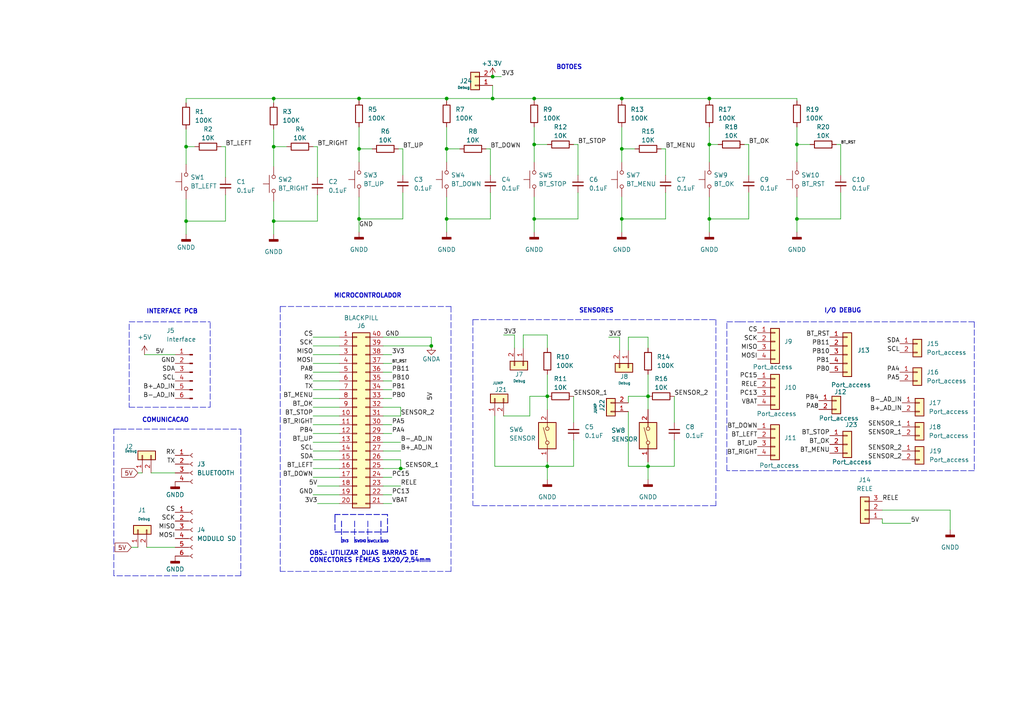
<source format=kicad_sch>
(kicad_sch (version 20211123) (generator eeschema)
  (paper "A4")
  (lib_symbols
    (symbol "Connector:Conn_01x04_Female" (pin_names (offset 1.016) hide)
      (property "Reference" "J" (at 0 5.08 0))
      (property "Value" "Conn_01x04_Female" (at 0 -7.62 0))
      (symbol "Conn_01x04_Female_1_1"
        (pin passive line (at -5.08 2.54 0) (length 3.81) (name "Pin_1") (number "1"))
        (pin passive line (at -5.08 0 0) (length 3.81) (name "Pin_2") (number "2"))
        (pin passive line (at -5.08 -2.54 0) (length 3.81) (name "Pin_3") (number "3"))
        (pin passive line (at -5.08 -5.08 0) (length 3.81) (name "Pin_4") (number "4"))
      )
    )
    (symbol "Connector:Conn_01x06_Female" (pin_names (offset 1.016) hide)
      (property "Reference" "J" (at 0 7.62 0))
      (property "Value" "Conn_01x06_Female" (at 0 -10.16 0))
      (symbol "Conn_01x06_Female_1_1"
        (pin passive line (at -5.08 5.08 0) (length 3.81) (name "Pin_1") (number "1"))
        (pin passive line (at -5.08 2.54 0) (length 3.81) (name "Pin_2") (number "2"))
        (pin passive line (at -5.08 0 0) (length 3.81) (name "Pin_3") (number "3"))
        (pin passive line (at -5.08 -2.54 0) (length 3.81) (name "Pin_4") (number "4"))
        (pin passive line (at -5.08 -5.08 0) (length 3.81) (name "Pin_5") (number "5"))
        (pin passive line (at -5.08 -7.62 0) (length 3.81) (name "Pin_6") (number "6"))
      )
    )
    (symbol "Connector:Conn_01x06_Male" (pin_names (offset 1.016) hide)
      (property "Reference" "J" (at 0 7.62 0))
      (property "Value" "Conn_01x06_Male" (at 0 -10.16 0))
      (symbol "Conn_01x06_Male_1_1"
        (pin passive line (at 5.08 5.08 180) (length 3.81) (name "Pin_1") (number "1"))
        (pin passive line (at 5.08 2.54 180) (length 3.81) (name "Pin_2") (number "2"))
        (pin passive line (at 5.08 0 180) (length 3.81) (name "Pin_3") (number "3"))
        (pin passive line (at 5.08 -2.54 180) (length 3.81) (name "Pin_4") (number "4"))
        (pin passive line (at 5.08 -5.08 180) (length 3.81) (name "Pin_5") (number "5"))
        (pin passive line (at 5.08 -7.62 180) (length 3.81) (name "Pin_6") (number "6"))
      )
    )
    (symbol "Connector_Generic:Conn_01x02" (pin_names (offset 1.016) hide)
      (property "Reference" "J" (at 0 2.54 0))
      (property "Value" "Conn_01x02" (at 0 -5.08 0))
      (symbol "Conn_01x02_1_1"
        (pin passive line (at -5.08 0 0) (length 3.81) (name "Pin_1") (number "1"))
        (pin passive line (at -5.08 -2.54 0) (length 3.81) (name "Pin_2") (number "2"))
      )
    )
    (symbol "Connector_Generic:Conn_01x03" (pin_names (offset 1.016) hide)
      (property "Reference" "J" (at 0 5.08 0))
      (property "Value" "Conn_01x03" (at 0 -5.08 0))
      (symbol "Conn_01x03_1_1"
        (pin passive line (at -5.08 2.54 0) (length 3.81) (name "Pin_1") (number "1"))
        (pin passive line (at -5.08 0 0) (length 3.81) (name "Pin_2") (number "2"))
        (pin passive line (at -5.08 -2.54 0) (length 3.81) (name "Pin_3") (number "3"))
      )
    )
    (symbol "Connector_Generic:Conn_01x04" (pin_names (offset 1.016) hide)
      (property "Reference" "J" (at 0 5.08 0))
      (property "Value" "Conn_01x04" (at 0 -7.62 0))
      (symbol "Conn_01x04_1_1"
        (pin passive line (at -5.08 2.54 0) (length 3.81) (name "Pin_1") (number "1"))
        (pin passive line (at -5.08 0 0) (length 3.81) (name "Pin_2") (number "2"))
        (pin passive line (at -5.08 -2.54 0) (length 3.81) (name "Pin_3") (number "3"))
        (pin passive line (at -5.08 -5.08 0) (length 3.81) (name "Pin_4") (number "4"))
      )
    )
    (symbol "Connector_Generic:Conn_01x05" (pin_names (offset 1.016) hide)
      (property "Reference" "J" (at 0 7.62 0))
      (property "Value" "Conn_01x05" (at 0 -7.62 0))
      (symbol "Conn_01x05_1_1"
        (pin passive line (at -5.08 5.08 0) (length 3.81) (name "Pin_1") (number "1"))
        (pin passive line (at -5.08 2.54 0) (length 3.81) (name "Pin_2") (number "2"))
        (pin passive line (at -5.08 0 0) (length 3.81) (name "Pin_3") (number "3"))
        (pin passive line (at -5.08 -2.54 0) (length 3.81) (name "Pin_4") (number "4"))
        (pin passive line (at -5.08 -5.08 0) (length 3.81) (name "Pin_5") (number "5"))
      )
    )
    (symbol "Connector_Generic:Conn_02x20_Counter_Clockwise" (pin_names (offset 1.016) hide)
      (property "Reference" "J" (at 1.27 25.4 0))
      (property "Value" "Conn_02x20_Counter_Clockwise" (at 1.27 -27.94 0))
      (symbol "Conn_02x20_Counter_Clockwise_1_1"
        (pin passive line (at -5.08 22.86 0) (length 3.81) (name "Pin_1") (number "1"))
        (pin passive line (at -5.08 0 0) (length 3.81) (name "Pin_10") (number "10"))
        (pin passive line (at -5.08 -2.54 0) (length 3.81) (name "Pin_11") (number "11"))
        (pin passive line (at -5.08 -5.08 0) (length 3.81) (name "Pin_12") (number "12"))
        (pin passive line (at -5.08 -7.62 0) (length 3.81) (name "Pin_13") (number "13"))
        (pin passive line (at -5.08 -10.16 0) (length 3.81) (name "Pin_14") (number "14"))
        (pin passive line (at -5.08 -12.7 0) (length 3.81) (name "Pin_15") (number "15"))
        (pin passive line (at -5.08 -15.24 0) (length 3.81) (name "Pin_16") (number "16"))
        (pin passive line (at -5.08 -17.78 0) (length 3.81) (name "Pin_17") (number "17"))
        (pin passive line (at -5.08 -20.32 0) (length 3.81) (name "Pin_18") (number "18"))
        (pin passive line (at -5.08 -22.86 0) (length 3.81) (name "Pin_19") (number "19"))
        (pin passive line (at -5.08 20.32 0) (length 3.81) (name "Pin_2") (number "2"))
        (pin passive line (at -5.08 -25.4 0) (length 3.81) (name "Pin_20") (number "20"))
        (pin passive line (at 7.62 -25.4 180) (length 3.81) (name "Pin_21") (number "21"))
        (pin passive line (at 7.62 -22.86 180) (length 3.81) (name "Pin_22") (number "22"))
        (pin passive line (at 7.62 -20.32 180) (length 3.81) (name "Pin_23") (number "23"))
        (pin passive line (at 7.62 -17.78 180) (length 3.81) (name "Pin_24") (number "24"))
        (pin passive line (at 7.62 -15.24 180) (length 3.81) (name "Pin_25") (number "25"))
        (pin passive line (at 7.62 -12.7 180) (length 3.81) (name "Pin_26") (number "26"))
        (pin passive line (at 7.62 -10.16 180) (length 3.81) (name "Pin_27") (number "27"))
        (pin passive line (at 7.62 -7.62 180) (length 3.81) (name "Pin_28") (number "28"))
        (pin passive line (at 7.62 -5.08 180) (length 3.81) (name "Pin_29") (number "29"))
        (pin passive line (at -5.08 17.78 0) (length 3.81) (name "Pin_3") (number "3"))
        (pin passive line (at 7.62 -2.54 180) (length 3.81) (name "Pin_30") (number "30"))
        (pin passive line (at 7.62 0 180) (length 3.81) (name "Pin_31") (number "31"))
        (pin passive line (at 7.62 2.54 180) (length 3.81) (name "Pin_32") (number "32"))
        (pin passive line (at 7.62 5.08 180) (length 3.81) (name "Pin_33") (number "33"))
        (pin passive line (at 7.62 7.62 180) (length 3.81) (name "Pin_34") (number "34"))
        (pin passive line (at 7.62 10.16 180) (length 3.81) (name "Pin_35") (number "35"))
        (pin passive line (at 7.62 12.7 180) (length 3.81) (name "Pin_36") (number "36"))
        (pin passive line (at 7.62 15.24 180) (length 3.81) (name "Pin_37") (number "37"))
        (pin passive line (at 7.62 17.78 180) (length 3.81) (name "Pin_38") (number "38"))
        (pin passive line (at 7.62 20.32 180) (length 3.81) (name "Pin_39") (number "39"))
        (pin passive line (at -5.08 15.24 0) (length 3.81) (name "Pin_4") (number "4"))
        (pin passive line (at 7.62 22.86 180) (length 3.81) (name "Pin_40") (number "40"))
        (pin passive line (at -5.08 12.7 0) (length 3.81) (name "Pin_5") (number "5"))
        (pin passive line (at -5.08 10.16 0) (length 3.81) (name "Pin_6") (number "6"))
        (pin passive line (at -5.08 7.62 0) (length 3.81) (name "Pin_7") (number "7"))
        (pin passive line (at -5.08 5.08 0) (length 3.81) (name "Pin_8") (number "8"))
        (pin passive line (at -5.08 2.54 0) (length 3.81) (name "Pin_9") (number "9"))
      )
    )
    (symbol "Device:C_Small" (pin_numbers hide) (pin_names (offset 0.254) hide)
      (property "Reference" "C" (at 0.254 1.778 0))
      (property "Value" "C_Small" (at 0.254 -2.032 0))
      (symbol "C_Small_1_1"
        (pin passive line (at 0 2.54 270) (length 2.032) (name "~") (number "1"))
        (pin passive line (at 0 -2.54 90) (length 2.032) (name "~") (number "2"))
      )
    )
    (symbol "Device:R" (pin_numbers hide) (pin_names (offset 0))
      (property "Reference" "R" (at 2.032 0 90))
      (property "Value" "R" (at 0 0 90))
      (symbol "R_1_1"
        (pin passive line (at 0 3.81 270) (length 1.27) (name "~") (number "1"))
        (pin passive line (at 0 -3.81 90) (length 1.27) (name "~") (number "2"))
      )
    )
    (symbol "Switch:SW_DIP_x01" (pin_names (offset 0) hide)
      (property "Reference" "SW" (at 0 3.81 0))
      (property "Value" "SW_DIP_x01" (at 0 -3.81 0))
      (symbol "SW_DIP_x01_1_1"
        (pin passive line (at -7.62 0 0) (length 5.08) (name "~") (number "1"))
        (pin passive line (at 7.62 0 180) (length 5.08) (name "~") (number "2"))
      )
    )
    (symbol "Switch:SW_Push" (pin_numbers hide) (pin_names (offset 1.016) hide)
      (property "Reference" "SW" (at 1.27 2.54 0))
      (property "Value" "SW_Push" (at 0 -1.524 0))
      (symbol "SW_Push_0_1"
        (pin passive line (at -5.08 0 0) (length 2.54) (name "1") (number "1"))
        (pin passive line (at 5.08 0 180) (length 2.54) (name "2") (number "2"))
      )
    )
    (symbol "power:+3.3V" (power) (pin_names (offset 0))
      (property "Value" "+3.3V" (at 0 3.556 0))
      (symbol "+3.3V_1_1"
        (pin power_in line (at 0 0 90) (length 0) hide (name "+3.3V") (number "1"))
      )
    )
    (symbol "power:+5V" (power) (pin_names (offset 0))
      (property "Value" "+5V" (at 0 3.556 0))
      (symbol "+5V_1_1"
        (pin power_in line (at 0 0 90) (length 0) hide (name "+5V") (number "1"))
      )
    )
    (symbol "power:GNDA" (power) (pin_names (offset 0))
      (property "Value" "GNDA" (at 0 -3.81 0))
      (symbol "GNDA_1_1"
        (pin power_in line (at 0 0 270) (length 0) hide (name "GNDA") (number "1"))
      )
    )
    (symbol "power:GNDD" (power) (pin_names (offset 0))
      (property "Value" "GNDD" (at 0 -3.175 0))
      (symbol "GNDD_1_1"
        (pin power_in line (at 0 0 270) (length 0) hide (name "GNDD") (number "1"))
      )
    )
  )
  (junction (at 79.375 42.545))
  (junction (at 158.75 135.255))
  (junction (at 104.14 43.18))
  (junction (at 142.875 22.225))
  (junction (at 129.54 63.5))
  (junction (at 154.94 28.575))
  (junction (at 104.14 28.575))
  (junction (at 187.96 114.935))
  (junction (at 154.94 41.91))
  (junction (at 129.54 43.18))
  (junction (at 231.14 41.91))
  (junction (at 187.96 135.255))
  (junction (at 79.375 64.135))
  (junction (at 180.34 63.5))
  (junction (at 180.34 43.18))
  (junction (at 205.74 41.91))
  (junction (at 53.975 64.135))
  (junction (at 158.75 114.935))
  (junction (at 180.34 28.575))
  (junction (at 205.74 28.575))
  (junction (at 129.54 28.575))
  (junction (at 205.74 63.5))
  (junction (at 53.975 42.545))
  (junction (at 125.095 100.33))
  (junction (at 104.14 63.5))
  (junction (at 154.94 63.5))
  (junction (at 79.375 28.575))
  (junction (at 231.14 63.5))
  (junction (at 142.875 28.575))
  (junction (at 116.205 135.89))
  (wire (pts (xy 205.74 63.5) (xy 217.17 63.5)))
  (wire (pts (xy 195.58 127.635) (xy 195.58 135.255)))
  (wire (pts (xy 146.05 120.65) (xy 153.67 120.65)))
  (polyline (pts (xy 214.63 93.345) (xy 282.575 93.345)))
  (wire (pts (xy 90.805 105.41) (xy 98.425 105.41)))
  (polyline (pts (xy 97.155 149.86) (xy 97.155 154.305)))
  (wire (pts (xy 92.075 56.515) (xy 92.075 64.135)))
  (wire (pts (xy 205.74 36.83) (xy 205.74 41.91)))
  (wire (pts (xy 111.125 113.03) (xy 113.665 113.03)))
  (wire (pts (xy 79.375 42.545) (xy 79.375 48.26)))
  (wire (pts (xy 187.96 133.985) (xy 187.96 135.255)))
  (wire (pts (xy 111.125 143.51) (xy 113.665 143.51)))
  (wire (pts (xy 129.54 63.5) (xy 142.24 63.5)))
  (wire (pts (xy 79.375 64.135) (xy 79.375 67.945)))
  (wire (pts (xy 104.14 43.18) (xy 104.14 46.99)))
  (polyline (pts (xy 112.395 154.305) (xy 112.395 149.225)))
  (wire (pts (xy 53.975 28.575) (xy 53.975 29.845)))
  (wire (pts (xy 90.805 102.87) (xy 98.425 102.87)))
  (wire (pts (xy 142.24 43.18) (xy 142.24 50.8)))
  (wire (pts (xy 90.805 130.81) (xy 98.425 130.81)))
  (wire (pts (xy 182.245 135.255) (xy 187.96 135.255)))
  (wire (pts (xy 129.54 43.18) (xy 129.54 46.99)))
  (wire (pts (xy 166.37 114.935) (xy 166.37 122.555)))
  (polyline (pts (xy 97.155 149.225) (xy 97.155 149.86)))
  (wire (pts (xy 111.125 110.49) (xy 113.665 110.49)))
  (polyline (pts (xy 34.925 124.46) (xy 69.85 124.46)))
  (wire (pts (xy 90.805 133.35) (xy 98.425 133.35)))
  (wire (pts (xy 176.53 97.79) (xy 179.705 97.79)))
  (polyline (pts (xy 37.465 93.345) (xy 60.96 93.345)))
  (wire (pts (xy 167.64 41.91) (xy 167.64 50.8)))
  (polyline (pts (xy 102.87 151.13) (xy 102.87 157.48)))
  (wire (pts (xy 111.125 130.81) (xy 116.205 130.81)))
  (wire (pts (xy 42.545 158.75) (xy 50.8 158.75)))
  (wire (pts (xy 180.34 28.575) (xy 205.74 28.575)))
  (wire (pts (xy 53.975 28.575) (xy 79.375 28.575)))
  (wire (pts (xy 129.54 28.575) (xy 142.875 28.575)))
  (wire (pts (xy 158.75 133.985) (xy 158.75 135.255)))
  (wire (pts (xy 142.875 22.225) (xy 145.415 22.225)))
  (wire (pts (xy 275.59 153.67) (xy 275.59 147.955)))
  (wire (pts (xy 205.74 57.15) (xy 205.74 63.5)))
  (wire (pts (xy 111.125 140.97) (xy 116.205 140.97)))
  (wire (pts (xy 180.34 28.575) (xy 180.34 29.21)))
  (wire (pts (xy 90.805 125.73) (xy 98.425 125.73)))
  (wire (pts (xy 90.805 128.27) (xy 98.425 128.27)))
  (wire (pts (xy 90.805 138.43) (xy 98.425 138.43)))
  (wire (pts (xy 90.805 110.49) (xy 98.425 110.49)))
  (wire (pts (xy 53.975 57.785) (xy 53.975 64.135)))
  (wire (pts (xy 180.34 36.83) (xy 180.34 43.18)))
  (polyline (pts (xy 106.68 151.13) (xy 106.68 157.48)))
  (wire (pts (xy 217.17 55.88) (xy 217.17 63.5)))
  (wire (pts (xy 151.765 100.965) (xy 151.765 97.155)))
  (wire (pts (xy 111.125 107.95) (xy 113.665 107.95)))
  (wire (pts (xy 151.765 97.155) (xy 158.75 97.155)))
  (wire (pts (xy 79.375 28.575) (xy 79.375 29.845)))
  (wire (pts (xy 215.9 41.91) (xy 217.17 41.91)))
  (wire (pts (xy 111.125 133.35) (xy 116.205 133.35)))
  (wire (pts (xy 231.14 41.91) (xy 231.14 46.99)))
  (wire (pts (xy 180.34 63.5) (xy 193.04 63.5)))
  (wire (pts (xy 129.54 43.18) (xy 133.35 43.18)))
  (polyline (pts (xy 282.575 136.525) (xy 210.82 136.525)))
  (wire (pts (xy 111.125 123.19) (xy 113.665 123.19)))
  (polyline (pts (xy 112.395 149.225) (xy 97.79 149.225)))
  (wire (pts (xy 90.805 118.11) (xy 98.425 118.11)))
  (wire (pts (xy 104.14 43.18) (xy 107.95 43.18)))
  (wire (pts (xy 217.17 41.91) (xy 217.17 50.8)))
  (wire (pts (xy 193.04 55.88) (xy 193.04 63.5)))
  (wire (pts (xy 142.24 55.88) (xy 142.24 63.5)))
  (polyline (pts (xy 37.465 93.98) (xy 37.465 118.11)))
  (wire (pts (xy 125.095 97.79) (xy 125.095 100.33)))
  (wire (pts (xy 90.805 107.95) (xy 98.425 107.95)))
  (wire (pts (xy 195.58 114.935) (xy 195.58 122.555)))
  (wire (pts (xy 142.875 24.765) (xy 142.875 28.575)))
  (wire (pts (xy 179.705 97.79) (xy 179.705 101.6)))
  (wire (pts (xy 90.805 113.03) (xy 98.425 113.03)))
  (wire (pts (xy 90.805 115.57) (xy 98.425 115.57)))
  (wire (pts (xy 111.125 138.43) (xy 113.665 138.43)))
  (polyline (pts (xy 69.85 167.005) (xy 33.02 167.005)))
  (polyline (pts (xy 33.02 167.005) (xy 33.02 124.46)))
  (wire (pts (xy 193.04 43.18) (xy 193.04 50.8)))
  (wire (pts (xy 187.96 97.79) (xy 187.96 100.965)))
  (wire (pts (xy 111.125 105.41) (xy 113.665 105.41)))
  (polyline (pts (xy 99.06 151.13) (xy 99.06 157.48)))
  (polyline (pts (xy 97.79 149.225) (xy 97.155 149.225)))
  (polyline (pts (xy 97.79 149.225) (xy 97.155 149.225)))
  (wire (pts (xy 154.94 41.91) (xy 158.75 41.91)))
  (wire (pts (xy 149.225 97.155) (xy 149.225 100.965)))
  (wire (pts (xy 116.205 133.35) (xy 116.205 135.89)))
  (wire (pts (xy 104.14 57.15) (xy 104.14 63.5)))
  (wire (pts (xy 231.14 36.83) (xy 231.14 41.91)))
  (wire (pts (xy 182.245 97.79) (xy 187.96 97.79)))
  (wire (pts (xy 90.805 123.19) (xy 98.425 123.19)))
  (wire (pts (xy 92.075 146.05) (xy 98.425 146.05)))
  (polyline (pts (xy 33.02 124.46) (xy 34.925 124.46)))
  (wire (pts (xy 90.805 42.545) (xy 92.075 42.545)))
  (wire (pts (xy 143.51 135.255) (xy 158.75 135.255)))
  (polyline (pts (xy 210.82 136.525) (xy 210.82 93.345)))
  (wire (pts (xy 90.805 143.51) (xy 98.425 143.51)))
  (wire (pts (xy 111.125 100.33) (xy 125.095 100.33)))
  (wire (pts (xy 111.125 125.73) (xy 113.665 125.73)))
  (wire (pts (xy 111.125 97.79) (xy 125.095 97.79)))
  (polyline (pts (xy 37.465 118.11) (xy 60.96 118.11)))
  (wire (pts (xy 205.74 41.91) (xy 205.74 46.99)))
  (wire (pts (xy 180.34 43.18) (xy 184.15 43.18)))
  (wire (pts (xy 255.905 151.765) (xy 255.905 150.495)))
  (wire (pts (xy 153.67 120.65) (xy 153.67 114.935)))
  (wire (pts (xy 129.54 36.83) (xy 129.54 43.18)))
  (wire (pts (xy 79.375 58.42) (xy 79.375 64.135)))
  (polyline (pts (xy 112.395 149.225) (xy 97.79 149.225)))
  (polyline (pts (xy 106.68 151.13) (xy 106.68 157.48)))
  (wire (pts (xy 111.125 146.05) (xy 113.665 146.05)))
  (wire (pts (xy 231.14 63.5) (xy 243.84 63.5)))
  (wire (pts (xy 180.34 63.5) (xy 180.34 67.31)))
  (wire (pts (xy 205.74 41.91) (xy 208.28 41.91)))
  (wire (pts (xy 231.14 63.5) (xy 231.14 67.31)))
  (wire (pts (xy 53.975 64.135) (xy 65.405 64.135)))
  (wire (pts (xy 64.135 42.545) (xy 65.405 42.545)))
  (polyline (pts (xy 97.155 149.225) (xy 97.155 149.86)))
  (wire (pts (xy 104.14 36.83) (xy 104.14 43.18)))
  (wire (pts (xy 142.875 28.575) (xy 154.94 28.575)))
  (wire (pts (xy 146.05 97.155) (xy 149.225 97.155)))
  (wire (pts (xy 187.96 135.255) (xy 187.96 139.065)))
  (wire (pts (xy 116.205 118.11) (xy 116.205 120.65)))
  (wire (pts (xy 182.245 116.84) (xy 182.245 114.935)))
  (wire (pts (xy 154.94 41.91) (xy 154.94 46.99)))
  (wire (pts (xy 111.125 102.87) (xy 113.665 102.87)))
  (wire (pts (xy 205.74 63.5) (xy 205.74 67.31)))
  (polyline (pts (xy 81.28 88.9) (xy 130.81 88.9)))
  (polyline (pts (xy 97.155 154.305) (xy 112.395 154.305)))
  (wire (pts (xy 264.16 151.765) (xy 255.905 151.765)))
  (polyline (pts (xy 110.49 151.13) (xy 110.49 157.48)))
  (wire (pts (xy 115.57 43.18) (xy 116.84 43.18)))
  (wire (pts (xy 187.96 108.585) (xy 187.96 114.935)))
  (wire (pts (xy 275.59 147.955) (xy 255.905 147.955)))
  (wire (pts (xy 231.14 57.15) (xy 231.14 63.5)))
  (wire (pts (xy 140.97 43.18) (xy 142.24 43.18)))
  (polyline (pts (xy 282.575 93.345) (xy 282.575 136.525)))
  (polyline (pts (xy 99.06 151.13) (xy 99.06 157.48)))
  (wire (pts (xy 104.14 28.575) (xy 129.54 28.575)))
  (wire (pts (xy 158.75 108.585) (xy 158.75 114.935)))
  (wire (pts (xy 154.94 63.5) (xy 154.94 67.31)))
  (wire (pts (xy 166.37 41.91) (xy 167.64 41.91)))
  (wire (pts (xy 116.84 55.88) (xy 116.84 63.5)))
  (wire (pts (xy 187.96 135.255) (xy 195.58 135.255)))
  (wire (pts (xy 154.94 28.575) (xy 180.34 28.575)))
  (wire (pts (xy 242.57 41.91) (xy 243.84 41.91)))
  (wire (pts (xy 65.405 42.545) (xy 65.405 51.435)))
  (wire (pts (xy 111.125 118.11) (xy 116.205 118.11)))
  (polyline (pts (xy 137.16 92.71) (xy 207.645 92.71)))
  (wire (pts (xy 180.34 57.15) (xy 180.34 63.5)))
  (wire (pts (xy 231.14 28.575) (xy 231.14 29.21)))
  (polyline (pts (xy 97.155 149.86) (xy 97.155 154.305)))
  (wire (pts (xy 154.94 28.575) (xy 154.94 29.21)))
  (wire (pts (xy 182.245 101.6) (xy 182.245 97.79)))
  (wire (pts (xy 40.005 137.16) (xy 41.275 137.16)))
  (wire (pts (xy 92.075 140.97) (xy 98.425 140.97)))
  (wire (pts (xy 79.375 64.135) (xy 92.075 64.135)))
  (polyline (pts (xy 102.87 151.13) (xy 102.87 157.48)))
  (wire (pts (xy 243.84 41.91) (xy 243.84 50.8)))
  (wire (pts (xy 129.54 28.575) (xy 129.54 29.21)))
  (wire (pts (xy 104.14 63.5) (xy 116.84 63.5)))
  (wire (pts (xy 90.805 100.33) (xy 98.425 100.33)))
  (polyline (pts (xy 130.81 88.9) (xy 130.81 165.735)))
  (polyline (pts (xy 60.96 118.11) (xy 60.96 93.345)))
  (wire (pts (xy 41.91 102.87) (xy 50.8 102.87)))
  (wire (pts (xy 111.125 135.89) (xy 116.205 135.89)))
  (wire (pts (xy 205.74 28.575) (xy 231.14 28.575)))
  (wire (pts (xy 129.54 57.15) (xy 129.54 63.5)))
  (wire (pts (xy 79.375 42.545) (xy 83.185 42.545)))
  (wire (pts (xy 191.77 43.18) (xy 193.04 43.18)))
  (wire (pts (xy 92.075 42.545) (xy 92.075 51.435)))
  (wire (pts (xy 38.1 158.75) (xy 40.005 158.75)))
  (wire (pts (xy 243.84 55.88) (xy 243.84 63.5)))
  (wire (pts (xy 166.37 127.635) (xy 166.37 135.255)))
  (polyline (pts (xy 210.82 93.345) (xy 214.63 93.345)))
  (wire (pts (xy 111.125 115.57) (xy 113.665 115.57)))
  (polyline (pts (xy 207.645 92.71) (xy 207.645 146.685)))
  (wire (pts (xy 79.375 28.575) (xy 104.14 28.575)))
  (wire (pts (xy 182.245 119.38) (xy 182.245 135.255)))
  (wire (pts (xy 116.205 135.89) (xy 117.475 135.89)))
  (wire (pts (xy 53.975 37.465) (xy 53.975 42.545)))
  (wire (pts (xy 90.805 135.89) (xy 98.425 135.89)))
  (wire (pts (xy 205.74 28.575) (xy 205.74 29.21)))
  (polyline (pts (xy 112.395 154.305) (xy 112.395 149.225)))
  (polyline (pts (xy 130.81 165.735) (xy 81.28 165.735)))
  (polyline (pts (xy 69.85 124.46) (xy 69.85 167.005)))
  (wire (pts (xy 158.75 114.935) (xy 158.75 118.745)))
  (wire (pts (xy 153.67 114.935) (xy 158.75 114.935)))
  (wire (pts (xy 231.14 41.91) (xy 234.95 41.91)))
  (wire (pts (xy 90.805 97.79) (xy 98.425 97.79)))
  (wire (pts (xy 154.94 36.83) (xy 154.94 41.91)))
  (wire (pts (xy 53.975 64.135) (xy 53.975 67.945)))
  (wire (pts (xy 90.805 120.65) (xy 98.425 120.65)))
  (polyline (pts (xy 81.28 88.9) (xy 81.28 165.735)))
  (wire (pts (xy 43.815 137.16) (xy 50.8 137.16)))
  (wire (pts (xy 104.14 63.5) (xy 104.14 67.31)))
  (wire (pts (xy 111.125 120.65) (xy 116.205 120.65)))
  (wire (pts (xy 79.375 37.465) (xy 79.375 42.545)))
  (polyline (pts (xy 97.155 154.305) (xy 112.395 154.305)))
  (wire (pts (xy 104.14 28.575) (xy 104.14 29.21)))
  (wire (pts (xy 53.975 42.545) (xy 56.515 42.545)))
  (wire (pts (xy 158.75 97.155) (xy 158.75 100.965)))
  (wire (pts (xy 116.84 43.18) (xy 116.84 50.8)))
  (wire (pts (xy 158.75 135.255) (xy 158.75 139.065)))
  (wire (pts (xy 154.94 63.5) (xy 167.64 63.5)))
  (wire (pts (xy 143.51 120.65) (xy 143.51 135.255)))
  (wire (pts (xy 65.405 56.515) (xy 65.405 64.135)))
  (wire (pts (xy 180.34 43.18) (xy 180.34 46.99)))
  (polyline (pts (xy 137.16 92.71) (xy 137.16 146.685)))
  (wire (pts (xy 129.54 63.5) (xy 129.54 67.31)))
  (wire (pts (xy 154.94 57.15) (xy 154.94 63.5)))
  (wire (pts (xy 158.75 135.255) (xy 166.37 135.255)))
  (wire (pts (xy 111.125 128.27) (xy 116.205 128.27)))
  (wire (pts (xy 182.245 114.935) (xy 187.96 114.935)))
  (wire (pts (xy 187.96 114.935) (xy 187.96 118.745)))
  (polyline (pts (xy 110.49 151.13) (xy 110.49 157.48)))
  (wire (pts (xy 53.975 42.545) (xy 53.975 47.625)))
  (wire (pts (xy 167.64 55.88) (xy 167.64 63.5)))
  (polyline (pts (xy 207.645 146.685) (xy 137.16 146.685)))
  (text "SWCLK" (at 106.6546 157.607 0) (effects (font (size 0.7 0.7)) (justify left bottom)))
  (text "I/O DEBUG" (at 239.014 90.932 0) (effects (font (size 1.27 1.27) (thickness 0.254) bold) (justify left bottom)))
  (text "GND" (at 110.4646 157.607 0) (effects (font (size 0.7 0.7)) (justify left bottom)))
  (text "SWDIO" (at 102.8446 157.5541 0) (effects (font (size 0.7 0.7)) (justify left bottom)))
  (text "3V3" (at 99.0346 157.5541 0) (effects (font (size 0.7 0.7)) (justify left bottom)))
  (text "INTERFACE PCB" (at 42.418 91.186 0) (effects (font (size 1.27 1.27) (thickness 0.254) bold) (justify left bottom)))
  (text "COMUNICACAO" (at 41.148 122.682 0) (effects (font (size 1.27 1.27) (thickness 0.254) bold) (justify left bottom)))
  (text "BOTOES " (at 161.29 20.32 0) (effects (font (size 1.27 1.27) (thickness 0.254) bold) (justify left bottom)))
  (text "SENSORES" (at 167.894 90.932 0) (effects (font (size 1.27 1.27) (thickness 0.254) bold) (justify left bottom)))
  (text "SWDIO" (at 102.8446 157.5541 0) (effects (font (size 0.7 0.7)) (justify left bottom)))
  (text "3V3" (at 99.0346 157.5541 0) (effects (font (size 0.7 0.7)) (justify left bottom)))
  (text "GND" (at 110.4646 157.607 0) (effects (font (size 0.7 0.7)) (justify left bottom)))
  (text "MICROCONTROLADOR" (at 96.774 86.614 0) (effects (font (size 1.27 1.27) (thickness 0.254) bold) (justify left bottom)))
  (text "OBS.: UTILIZAR DUAS BARRAS DE \nCONECTORES FÊMEAS 1X20/2,54mm" (at 89.662 163.322 0) (effects (font (size 1.27 1.27) (thickness 0.254) bold) (justify left bottom)))
  (text "SWCLK" (at 106.6546 157.607 0) (effects (font (size 0.7 0.7)) (justify left bottom)))
  (label "SCL" (at 260.985 102.235 180))
  (label "PB10" (at 240.665 102.87 180))
  (label "5V" (at 264.16 151.765 0))
  (label "RX" (at 50.8 132.08 180))
  (label "B-_AD_IN" (at 116.205 128.27 0))
  (label "TX" (at 90.805 113.03 180))
  (label "PC13" (at 219.71 114.935 180))
  (label "BT_STOP" (at 90.805 120.65 180))
  (label "PA4" (at 260.985 107.95 180))
  (label "SENSOR_1" (at 166.37 114.935 0))
  (label "GND" (at 111.76 97.79 0))
  (label "3V3" (at 146.05 97.155 0))
  (label "RX" (at 90.805 110.49 180))
  (label "PC15" (at 113.665 138.43 0))
  (label "SENSOR_2" (at 261.62 133.35 180))
  (label "BT_LEFT" (at 65.405 42.545 0))
  (label "BT_UP" (at 116.84 43.18 0))
  (label "PB0" (at 113.665 115.57 0))
  (label "B-_AD_IN" (at 50.8 115.57 180))
  (label "B+_AD_IN" (at 261.62 119.38 180))
  (label "3V3" (at 92.075 146.05 180))
  (label "PB0" (at 240.665 107.95 180))
  (label "5V" (at 125.73 113.665 270))
  (label "SENSOR_2" (at 261.62 130.81 180))
  (label "BT_DOWN" (at 219.71 124.46 180))
  (label "VBAT" (at 113.665 146.05 0))
  (label "MISO" (at 90.805 102.87 180))
  (label "CS" (at 90.805 97.79 180))
  (label "PA8" (at 90.805 107.95 180))
  (label "BT_LEFT" (at 90.805 135.89 180))
  (label "PB4" (at 237.49 116.205 180))
  (label "BT_MENU" (at 240.665 131.445 180))
  (label "GND" (at 104.14 66.04 0))
  (label "5V" (at 92.075 140.97 180))
  (label "BT_RIGHT" (at 92.075 42.545 0))
  (label "5V" (at 45.085 102.87 0))
  (label "PA5" (at 260.985 110.49 180))
  (label "SENSOR_2" (at 116.205 120.65 0))
  (label "SDA" (at 260.985 99.695 180))
  (label "BT_RST" (at 240.665 97.79 180))
  (label "SCL" (at 90.805 130.81 180))
  (label "PB1" (at 240.665 105.41 180))
  (label "MOSI" (at 219.71 104.14 180))
  (label "MISO" (at 50.8 153.67 180))
  (label "VBAT" (at 219.71 117.475 180))
  (label "BT_STOP" (at 167.64 41.91 0))
  (label "B-_AD_IN" (at 261.62 116.84 180))
  (label "SENSOR_1" (at 261.62 126.365 180))
  (label "RELE" (at 116.205 140.97 0))
  (label "BT_OK" (at 90.805 118.11 180))
  (label "BT_RST" (at 243.84 41.91 0) (effects (font (size 0.8 0.8))))
  (label "PC13" (at 113.665 143.51 0))
  (label "3V3" (at 145.415 22.225 0))
  (label "BT_UP" (at 219.71 129.54 180))
  (label "3V3" (at 113.665 102.87 0))
  (label "BT_OK" (at 240.665 128.905 180))
  (label "PB10" (at 113.665 110.49 0))
  (label "PB1" (at 113.665 113.03 0))
  (label "MOSI" (at 90.805 105.41 180))
  (label "PA4" (at 113.665 125.73 0))
  (label "BT_RIGHT" (at 90.805 123.19 180))
  (label "PB11" (at 240.665 100.33 180))
  (label "SCK" (at 50.8 151.13 180))
  (label "MISO" (at 219.71 101.6 180))
  (label "3V3" (at 176.53 97.79 0))
  (label "BT_UP" (at 90.805 128.27 180))
  (label "MOSI" (at 50.8 156.21 180))
  (label "BT_MENU" (at 90.805 115.57 180))
  (label "B+_AD_IN" (at 116.205 130.81 0))
  (label "BT_RST" (at 113.665 105.41 0) (effects (font (size 0.8 0.8))))
  (label "SCK" (at 219.71 99.06 180))
  (label "SENSOR_1" (at 261.62 123.825 180))
  (label "BT_DOWN" (at 90.805 138.43 180))
  (label "CS" (at 50.8 148.59 180))
  (label "BT_LEFT" (at 219.71 127 180))
  (label "B+_AD_IN" (at 50.8 113.03 180))
  (label "PA5" (at 113.665 123.19 0))
  (label "BT_DOWN" (at 142.24 43.18 0))
  (label "SENSOR_1" (at 117.475 135.89 0))
  (label "BT_OK" (at 217.17 41.91 0))
  (label "SCK" (at 90.805 100.33 180))
  (label "PB11" (at 113.665 107.95 0))
  (label "SENSOR_2" (at 195.58 114.935 0))
  (label "SDA" (at 90.805 133.35 180))
  (label "TX" (at 50.8 134.62 180))
  (label "BT_MENU" (at 193.04 43.18 0))
  (label "RELE" (at 219.71 112.395 180))
  (label "BT_STOP" (at 240.665 126.365 180))
  (label "CS" (at 219.71 96.52 180))
  (label "GND" (at 90.805 143.51 180))
  (label "GND" (at 50.8 105.41 180))
  (label "PA8" (at 237.49 118.745 180))
  (label "SDA" (at 50.8 107.95 180))
  (label "PC15" (at 219.71 109.855 180))
  (label "BT_RIGHT" (at 219.71 132.08 180))
  (label "SCL" (at 50.8 110.49 180))
  (label "PB4" (at 90.805 125.73 180))
  (label "RELE" (at 255.905 145.415 0))
  (global_label "5V" (shape input) (at 38.1 158.75 180) (property "Intersheet References" "${INTERSHEET_REFS}" (effects hide)))
  (global_label "5V" (shape input) (at 40.005 137.16 180) (property "Intersheet References" "${INTERSHEET_REFS}" (effects hide)))
  (symbol (lib_id "Device:R") (at 129.54 33.02 0) (unit 1)
    (property "Reference" "R7" (at 132.08 31.7499 0) (effects (justify left)))
    (property "Value" "100K" (at 132.08 34.2899 0) (effects (justify left)))
    (property "Footprint" "Resistor_SMD:R_0805_2012Metric_Pad1.20x1.40mm_HandSolder" (effects hide))
  )
  (symbol (lib_id "power:GNDD") (at 275.59 153.67 0) (unit 1)
    (property "Reference" "#PWR0114" (effects hide))
    (property "Value" "GNDD" (at 275.59 158.75 0))
  )
  (symbol (lib_id "Device:C_Small") (at 65.405 53.975 0) (unit 1)
    (property "Reference" "C1" (at 68.58 52.7112 0) (effects (justify left)))
    (property "Value" "0.1uF" (at 68.58 55.2512 0) (effects (justify left)))
    (property "Footprint" "Resistor_SMD:R_0805_2012Metric_Pad1.20x1.40mm_HandSolder" (effects hide))
  )
  (symbol (lib_id "Connector_Generic:Conn_01x02") (at 151.765 106.045 270) (unit 1)
    (property "Reference" "J7" (at 151.765 108.585 90) (effects (justify right)))
    (property "Value" "Debug" (at 152.4 110.49 90) (effects (font (size 0.75 0.75)) (justify right)))
    (property "Footprint" "Connector_PinHeader_2.54mm:PinHeader_1x02_P2.54mm_Vertical" (effects hide))
  )
  (symbol (lib_id "power:+5V") (at 41.91 102.87 0) (unit 1)
    (property "Reference" "#PWR0108" (effects hide))
    (property "Value" "+5V" (at 41.91 97.79 0))
  )
  (symbol (lib_id "power:GNDD") (at 187.96 139.065 0) (unit 1)
    (property "Reference" "#PWR0110" (effects hide))
    (property "Value" "GNDD" (at 187.96 144.145 0))
  )
  (symbol (lib_id "Connector_Generic:Conn_01x04") (at 224.79 99.06 0) (unit 1)
    (property "Reference" "J9" (at 227.457 99.0599 0) (effects (justify left)))
    (property "Value" "Port_access" (at 218.313 106.426 0) (effects (justify left)))
    (property "Footprint" "Connector_PinHeader_2.54mm:PinHeader_1x04_P2.54mm_Vertical" (effects hide))
  )
  (symbol (lib_id "power:GNDD") (at 50.8 139.7 0) (unit 1)
    (property "Reference" "#PWR0101" (effects hide))
    (property "Value" "GNDD" (at 50.8 143.51 0))
  )
  (symbol (lib_id "Connector_Generic:Conn_01x02") (at 41.275 132.08 90) (unit 1)
    (property "Reference" "J2" (at 36.195 129.54 90) (effects (justify right)))
    (property "Value" "Debug" (at 36.195 130.81 90) (effects (font (size 0.75 0.75)) (justify right)))
    (property "Footprint" "Connector_PinHeader_2.54mm:PinHeader_1x02_P2.54mm_Vertical" (effects hide))
  )
  (symbol (lib_id "Device:R") (at 205.74 33.02 0) (unit 1)
    (property "Reference" "R17" (at 208.28 31.7499 0) (effects (justify left)))
    (property "Value" "100K" (at 208.28 34.2899 0) (effects (justify left)))
    (property "Footprint" "Resistor_SMD:R_0805_2012Metric_Pad1.20x1.40mm_HandSolder" (effects hide))
  )
  (symbol (lib_id "power:GNDD") (at 53.975 67.945 0) (unit 1)
    (property "Reference" "#PWR0107" (effects hide))
    (property "Value" "GNDD" (at 53.975 71.755 0))
  )
  (symbol (lib_id "Device:C_Small") (at 166.37 125.095 0) (unit 1)
    (property "Reference" "C5" (at 169.545 123.8312 0) (effects (justify left)))
    (property "Value" "0.1uF" (at 169.545 126.3712 0) (effects (justify left)))
    (property "Footprint" "Resistor_SMD:R_0805_2012Metric_Pad1.20x1.40mm_HandSolder" (effects hide))
  )
  (symbol (lib_id "power:GNDD") (at 180.34 67.31 0) (unit 1)
    (property "Reference" "#PWR0112" (effects hide))
    (property "Value" "GNDD" (at 180.34 72.39 0))
  )
  (symbol (lib_id "Connector_Generic:Conn_01x02") (at 182.245 106.68 270) (unit 1)
    (property "Reference" "J8" (at 182.245 109.22 90) (effects (justify right)))
    (property "Value" "Debug" (at 182.88 111.125 90) (effects (font (size 0.75 0.75)) (justify right)))
    (property "Footprint" "Connector_PinHeader_2.54mm:PinHeader_1x02_P2.54mm_Vertical" (effects hide))
  )
  (symbol (lib_id "Connector_Generic:Conn_01x05") (at 245.745 102.87 0) (unit 1)
    (property "Reference" "J13" (at 248.666 101.5999 0) (effects (justify left)))
    (property "Value" "Port_access" (at 241.046 111.633 0) (effects (justify left)))
    (property "Footprint" "Connector_PinHeader_2.54mm:PinHeader_1x05_P2.54mm_Vertical" (effects hide))
  )
  (symbol (lib_id "Switch:SW_Push") (at 231.14 52.07 90) (unit 1)
    (property "Reference" "SW10" (at 232.41 50.7999 90) (effects (justify right)))
    (property "Value" "BT_RST" (at 232.41 53.3399 90) (effects (justify right)))
    (property "Footprint" "Button_Switch_THT:SW_PUSH_6mm" (effects hide))
  )
  (symbol (lib_id "Connector_Generic:Conn_01x02") (at 266.7 123.825 0) (unit 1)
    (property "Reference" "J18" (at 269.367 123.8249 0) (effects (justify left)))
    (property "Value" "Port_access" (at 269.367 126.3649 0) (effects (justify left)))
    (property "Footprint" "Connector_PinHeader_2.54mm:PinHeader_1x02_P2.54mm_Vertical" (effects hide))
  )
  (symbol (lib_id "Device:R") (at 137.16 43.18 90) (unit 1)
    (property "Reference" "R8" (at 137.16 38.1 90))
    (property "Value" "10K" (at 137.16 40.64 90))
    (property "Footprint" "Resistor_SMD:R_0805_2012Metric_Pad1.20x1.40mm_HandSolder" (effects hide))
  )
  (symbol (lib_id "Connector:Conn_01x06_Male") (at 55.88 107.95 0) (mirror y) (unit 1)
    (property "Reference" "J5" (at 48.26 95.885 0) (effects (justify right)))
    (property "Value" "Interface" (at 48.26 98.425 0) (effects (justify right)))
    (property "Footprint" "Connector_PinHeader_2.54mm:PinHeader_1x06_P2.54mm_Vertical" (effects hide))
  )
  (symbol (lib_id "Device:C_Small") (at 116.84 53.34 0) (unit 1)
    (property "Reference" "C3" (at 120.015 52.0762 0) (effects (justify left)))
    (property "Value" "0.1uF" (at 120.015 54.6162 0) (effects (justify left)))
    (property "Footprint" "Resistor_SMD:R_0805_2012Metric_Pad1.20x1.40mm_HandSolder" (effects hide))
  )
  (symbol (lib_id "Connector_Generic:Conn_01x02") (at 143.51 115.57 90) (unit 1)
    (property "Reference" "J21" (at 143.51 113.03 90) (effects (justify right)))
    (property "Value" "JUMP" (at 142.875 111.125 90) (effects (font (size 0.75 0.75)) (justify right)))
    (property "Footprint" "Connector_PinHeader_2.54mm:PinHeader_1x02_P2.54mm_Vertical" (effects hide))
  )
  (symbol (lib_id "Device:R") (at 154.94 33.02 0) (unit 1)
    (property "Reference" "R9" (at 157.48 31.7499 0) (effects (justify left)))
    (property "Value" "100K" (at 157.48 34.2899 0) (effects (justify left)))
    (property "Footprint" "Resistor_SMD:R_0805_2012Metric_Pad1.20x1.40mm_HandSolder" (effects hide))
  )
  (symbol (lib_id "power:GNDD") (at 129.54 67.31 0) (unit 1)
    (property "Reference" "#PWR0104" (effects hide))
    (property "Value" "GNDD" (at 129.54 72.39 0))
  )
  (symbol (lib_id "Switch:SW_Push") (at 205.74 52.07 90) (unit 1)
    (property "Reference" "SW9" (at 207.01 50.7999 90) (effects (justify right)))
    (property "Value" "BT_OK" (at 207.01 53.3399 90) (effects (justify right)))
    (property "Footprint" "Button_Switch_THT:SW_PUSH_6mm" (effects hide))
  )
  (symbol (lib_id "Switch:SW_DIP_x01") (at 158.75 126.365 90) (unit 1)
    (property "Reference" "SW6" (at 147.701 124.587 90) (effects (justify right)))
    (property "Value" "SENSOR" (at 147.701 127.127 90) (effects (justify right)))
    (property "Footprint" "Connector_Molex:Molex_KK-254_AE-6410-02A_1x02_P2.54mm_Vertical" (effects hide))
  )
  (symbol (lib_id "Device:R") (at 104.14 33.02 0) (unit 1)
    (property "Reference" "R5" (at 106.68 31.7499 0) (effects (justify left)))
    (property "Value" "100K" (at 106.68 34.2899 0) (effects (justify left)))
    (property "Footprint" "Resistor_SMD:R_0805_2012Metric_Pad1.20x1.40mm_HandSolder" (effects hide))
  )
  (symbol (lib_id "power:GNDD") (at 158.75 139.065 0) (unit 1)
    (property "Reference" "#PWR0109" (effects hide))
    (property "Value" "GNDD" (at 158.75 144.145 0))
  )
  (symbol (lib_id "Device:C_Small") (at 193.04 53.34 0) (unit 1)
    (property "Reference" "C7" (at 196.215 52.0762 0) (effects (justify left)))
    (property "Value" "0.1uF" (at 196.215 54.6162 0) (effects (justify left)))
    (property "Footprint" "Resistor_SMD:R_0805_2012Metric_Pad1.20x1.40mm_HandSolder" (effects hide))
  )
  (symbol (lib_id "Device:R") (at 180.34 33.02 0) (unit 1)
    (property "Reference" "R13" (at 182.88 31.7499 0) (effects (justify left)))
    (property "Value" "100K" (at 182.88 34.2899 0) (effects (justify left)))
    (property "Footprint" "Resistor_SMD:R_0805_2012Metric_Pad1.20x1.40mm_HandSolder" (effects hide))
  )
  (symbol (lib_id "Switch:SW_Push") (at 180.34 52.07 90) (unit 1)
    (property "Reference" "SW7" (at 181.61 50.7999 90) (effects (justify right)))
    (property "Value" "BT_MENU" (at 181.61 53.3399 90) (effects (justify right)))
    (property "Footprint" "Button_Switch_THT:SW_PUSH_6mm" (effects hide))
  )
  (symbol (lib_id "Device:C_Small") (at 243.84 53.34 0) (unit 1)
    (property "Reference" "C10" (at 247.015 52.0762 0) (effects (justify left)))
    (property "Value" "0.1uF" (at 247.015 54.6162 0) (effects (justify left)))
    (property "Footprint" "Resistor_SMD:R_0805_2012Metric_Pad1.20x1.40mm_HandSolder" (effects hide))
  )
  (symbol (lib_id "Switch:SW_Push") (at 53.975 52.705 90) (unit 1)
    (property "Reference" "SW1" (at 55.245 51.4349 90) (effects (justify right)))
    (property "Value" "BT_LEFT" (at 55.245 53.9749 90) (effects (justify right)))
    (property "Footprint" "Button_Switch_THT:SW_PUSH_6mm" (effects hide))
  )
  (symbol (lib_id "Switch:SW_Push") (at 79.375 53.34 90) (unit 1)
    (property "Reference" "SW2" (at 80.645 52.0699 90) (effects (justify right)))
    (property "Value" "BT_RIGHT" (at 80.645 54.6099 90) (effects (justify right)))
    (property "Footprint" "Button_Switch_THT:SW_PUSH_6mm" (effects hide))
  )
  (symbol (lib_id "Device:R") (at 231.14 33.02 0) (unit 1)
    (property "Reference" "R19" (at 233.68 31.7499 0) (effects (justify left)))
    (property "Value" "100K" (at 233.68 34.2899 0) (effects (justify left)))
    (property "Footprint" "Resistor_SMD:R_0805_2012Metric_Pad1.20x1.40mm_HandSolder" (effects hide))
  )
  (symbol (lib_id "Switch:SW_Push") (at 129.54 52.07 90) (unit 1)
    (property "Reference" "SW4" (at 130.81 50.7999 90) (effects (justify right)))
    (property "Value" "BT_DOWN" (at 130.81 53.3399 90) (effects (justify right)))
    (property "Footprint" "Button_Switch_THT:SW_PUSH_6mm" (effects hide))
  )
  (symbol (lib_id "power:GNDD") (at 50.8 161.29 0) (unit 1)
    (property "Reference" "#PWR0102" (effects hide))
    (property "Value" "GNDD" (at 50.8 165.1 0))
  )
  (symbol (lib_id "Device:C_Small") (at 92.075 53.975 0) (unit 1)
    (property "Reference" "C2" (at 95.25 52.7112 0) (effects (justify left)))
    (property "Value" "0.1uF" (at 95.25 55.2512 0) (effects (justify left)))
    (property "Footprint" "Resistor_SMD:R_0805_2012Metric_Pad1.20x1.40mm_HandSolder" (effects hide))
  )
  (symbol (lib_id "Device:R") (at 53.975 33.655 0) (unit 1)
    (property "Reference" "R1" (at 56.515 32.3849 0) (effects (justify left)))
    (property "Value" "100K" (at 56.515 34.9249 0) (effects (justify left)))
    (property "Footprint" "Resistor_SMD:R_0805_2012Metric_Pad1.20x1.40mm_HandSolder" (effects hide))
  )
  (symbol (lib_id "Device:R") (at 187.96 43.18 90) (unit 1)
    (property "Reference" "R15" (at 187.96 38.1 90))
    (property "Value" "10K" (at 187.96 40.64 90))
    (property "Footprint" "Resistor_SMD:R_0805_2012Metric_Pad1.20x1.40mm_HandSolder" (effects hide))
  )
  (symbol (lib_id "Connector_Generic:Conn_01x04") (at 224.79 127 0) (unit 1)
    (property "Reference" "J11" (at 227.457 126.9999 0) (effects (justify left)))
    (property "Value" "Port_access" (at 220.218 135.001 0) (effects (justify left)))
    (property "Footprint" "Connector_PinHeader_2.54mm:PinHeader_1x04_P2.54mm_Vertical" (effects hide))
  )
  (symbol (lib_id "Switch:SW_DIP_x01") (at 187.96 126.365 90) (unit 1)
    (property "Reference" "SW8" (at 177.292 124.841 90) (effects (justify right)))
    (property "Value" "SENSOR" (at 177.292 127.381 90) (effects (justify right)))
    (property "Footprint" "Connector_Molex:Molex_KK-254_AE-6410-02A_1x02_P2.54mm_Vertical" (effects hide))
  )
  (symbol (lib_id "Switch:SW_Push") (at 154.94 52.07 90) (unit 1)
    (property "Reference" "SW5" (at 156.21 50.7999 90) (effects (justify right)))
    (property "Value" "BT_STOP" (at 156.21 53.3399 90) (effects (justify right)))
    (property "Footprint" "Button_Switch_THT:SW_PUSH_6mm" (effects hide))
  )
  (symbol (lib_id "Device:C_Small") (at 167.64 53.34 0) (unit 1)
    (property "Reference" "C6" (at 170.815 52.0762 0) (effects (justify left)))
    (property "Value" "0.1uF" (at 170.815 54.6162 0) (effects (justify left)))
    (property "Footprint" "Resistor_SMD:R_0805_2012Metric_Pad1.20x1.40mm_HandSolder" (effects hide))
  )
  (symbol (lib_id "Connector_Generic:Conn_01x03") (at 250.825 147.955 180) (unit 1)
    (property "Reference" "J14" (at 250.825 139.192 0))
    (property "Value" "RELE" (at 250.825 141.732 0))
    (property "Footprint" "Connector_PinHeader_2.54mm:PinHeader_1x03_P2.54mm_Vertical" (effects hide))
  )
  (symbol (lib_id "power:GNDD") (at 231.14 67.31 0) (unit 1)
    (property "Reference" "#PWR0115" (effects hide))
    (property "Value" "GNDD" (at 231.14 72.39 0))
  )
  (symbol (lib_id "Device:R") (at 212.09 41.91 90) (unit 1)
    (property "Reference" "R18" (at 212.09 36.83 90))
    (property "Value" "10K" (at 212.09 39.37 90))
    (property "Footprint" "Resistor_SMD:R_0805_2012Metric_Pad1.20x1.40mm_HandSolder" (effects hide))
  )
  (symbol (lib_id "Connector_Generic:Conn_01x02") (at 40.005 153.67 90) (unit 1)
    (property "Reference" "J1" (at 40.005 147.955 90) (effects (justify right)))
    (property "Value" "Debug" (at 40.005 150.495 90) (effects (font (size 0.75 0.75)) (justify right)))
    (property "Footprint" "Connector_PinHeader_2.54mm:PinHeader_1x02_P2.54mm_Vertical" (effects hide))
  )
  (symbol (lib_id "Connector_Generic:Conn_02x20_Counter_Clockwise") (at 103.505 120.65 0) (unit 1)
    (property "Reference" "J6" (at 104.775 94.488 0))
    (property "Value" "BLACKPILL" (at 104.775 92.202 0))
    (property "Footprint" "Package_DIP:DIP-40_W15.24mm_Socket_LongPads" (effects hide))
  )
  (symbol (lib_id "Connector:Conn_01x06_Female") (at 55.88 153.67 0) (unit 1)
    (property "Reference" "J4" (at 57.15 153.6699 0) (effects (justify left)))
    (property "Value" "MODULO SD" (at 57.15 156.2099 0) (effects (justify left)))
    (property "Footprint" "Connector_PinHeader_2.54mm:PinHeader_1x06_P2.54mm_Vertical" (effects hide))
  )
  (symbol (lib_id "Device:R") (at 187.96 104.775 0) (unit 1)
    (property "Reference" "R14" (at 190.5 103.5049 0) (effects (justify left)))
    (property "Value" "100K" (at 190.5 106.0449 0) (effects (justify left)))
    (property "Footprint" "Resistor_SMD:R_0805_2012Metric_Pad1.20x1.40mm_HandSolder" (effects hide))
  )
  (symbol (lib_id "Connector_Generic:Conn_01x02") (at 177.165 119.38 180) (unit 1)
    (property "Reference" "J22" (at 174.625 119.38 90) (effects (justify right)))
    (property "Value" "JUMP" (at 172.72 120.015 90) (effects (font (size 0.75 0.75)) (justify right)))
    (property "Footprint" "Connector_PinHeader_2.54mm:PinHeader_1x02_P2.54mm_Vertical" (effects hide))
  )
  (symbol (lib_id "power:GNDD") (at 104.14 67.31 0) (unit 1)
    (property "Reference" "#PWR0103" (effects hide))
    (property "Value" "GNDD" (at 104.14 72.39 0))
  )
  (symbol (lib_id "Connector_Generic:Conn_01x02") (at 137.795 24.765 180) (unit 1)
    (property "Reference" "J24" (at 133.35 23.495 0) (effects (justify right)))
    (property "Value" "Debug" (at 132.715 25.4 0) (effects (font (size 0.75 0.75)) (justify right)))
    (property "Footprint" "Connector_PinHeader_2.54mm:PinHeader_1x02_P2.54mm_Vertical" (effects hide))
  )
  (symbol (lib_id "Connector_Generic:Conn_01x02") (at 266.7 130.81 0) (unit 1)
    (property "Reference" "J19" (at 269.494 130.8099 0) (effects (justify left)))
    (property "Value" "Port_access" (at 269.494 133.3499 0) (effects (justify left)))
    (property "Footprint" "Connector_PinHeader_2.54mm:PinHeader_1x02_P2.54mm_Vertical" (effects hide))
  )
  (symbol (lib_id "Device:R") (at 162.56 114.935 90) (unit 1)
    (property "Reference" "R11" (at 162.56 109.855 90))
    (property "Value" "10K" (at 162.56 112.395 90))
    (property "Footprint" "Resistor_SMD:R_0805_2012Metric_Pad1.20x1.40mm_HandSolder" (effects hide))
  )
  (symbol (lib_id "Connector:Conn_01x04_Female") (at 55.88 134.62 0) (unit 1)
    (property "Reference" "J3" (at 57.15 134.6199 0) (effects (justify left)))
    (property "Value" "BLUETOOTH" (at 57.15 137.1599 0) (effects (justify left)))
    (property "Footprint" "Connector_PinHeader_2.54mm:PinHeader_1x04_P2.54mm_Vertical" (effects hide))
  )
  (symbol (lib_id "Connector_Generic:Conn_01x02") (at 242.57 116.205 0) (unit 1)
    (property "Reference" "J12" (at 241.935 113.665 0) (effects (justify left)))
    (property "Value" "Port_access" (at 237.49 121.285 0) (effects (justify left)))
    (property "Footprint" "Connector_PinHeader_2.54mm:PinHeader_1x02_P2.54mm_Vertical" (effects hide))
  )
  (symbol (lib_id "Device:R") (at 60.325 42.545 90) (unit 1)
    (property "Reference" "R2" (at 60.325 37.465 90))
    (property "Value" "10K" (at 60.325 40.005 90))
    (property "Footprint" "Resistor_SMD:R_0805_2012Metric_Pad1.20x1.40mm_HandSolder" (effects hide))
  )
  (symbol (lib_id "Switch:SW_Push") (at 104.14 52.07 90) (unit 1)
    (property "Reference" "SW3" (at 105.41 50.7999 90) (effects (justify right)))
    (property "Value" "BT_UP" (at 105.41 53.3399 90) (effects (justify right)))
    (property "Footprint" "Button_Switch_THT:SW_PUSH_6mm" (effects hide))
  )
  (symbol (lib_id "Device:R") (at 191.77 114.935 90) (unit 1)
    (property "Reference" "R16" (at 191.77 109.855 90))
    (property "Value" "10K" (at 191.77 112.395 90))
    (property "Footprint" "Resistor_SMD:R_0805_2012Metric_Pad1.20x1.40mm_HandSolder" (effects hide))
  )
  (symbol (lib_id "Device:R") (at 86.995 42.545 90) (unit 1)
    (property "Reference" "R4" (at 86.995 37.465 90))
    (property "Value" "10K" (at 86.995 40.005 90))
    (property "Footprint" "Resistor_SMD:R_0805_2012Metric_Pad1.20x1.40mm_HandSolder" (effects hide))
  )
  (symbol (lib_id "Device:C_Small") (at 195.58 125.095 0) (unit 1)
    (property "Reference" "C8" (at 198.755 123.8312 0) (effects (justify left)))
    (property "Value" "0.1uF" (at 198.755 126.3712 0) (effects (justify left)))
    (property "Footprint" "Resistor_SMD:R_0805_2012Metric_Pad1.20x1.40mm_HandSolder" (effects hide))
  )
  (symbol (lib_id "Device:R") (at 79.375 33.655 0) (unit 1)
    (property "Reference" "R3" (at 81.915 32.3849 0) (effects (justify left)))
    (property "Value" "100K" (at 81.915 34.9249 0) (effects (justify left)))
    (property "Footprint" "Resistor_SMD:R_0805_2012Metric_Pad1.20x1.40mm_HandSolder" (effects hide))
  )
  (symbol (lib_id "Connector_Generic:Conn_01x04") (at 224.79 112.395 0) (unit 1)
    (property "Reference" "J10" (at 227.457 112.3949 0) (effects (justify left)))
    (property "Value" "Port_access" (at 219.456 120.015 0) (effects (justify left)))
    (property "Footprint" "Connector_PinHeader_2.54mm:PinHeader_1x04_P2.54mm_Vertical" (effects hide))
  )
  (symbol (lib_id "Device:R") (at 162.56 41.91 90) (unit 1)
    (property "Reference" "R12" (at 162.56 36.83 90))
    (property "Value" "10K" (at 162.56 39.37 90))
    (property "Footprint" "Resistor_SMD:R_0805_2012Metric_Pad1.20x1.40mm_HandSolder" (effects hide))
  )
  (symbol (lib_id "Device:C_Small") (at 217.17 53.34 0) (unit 1)
    (property "Reference" "C9" (at 220.345 52.0762 0) (effects (justify left)))
    (property "Value" "0.1uF" (at 220.345 54.6162 0) (effects (justify left)))
    (property "Footprint" "Resistor_SMD:R_0805_2012Metric_Pad1.20x1.40mm_HandSolder" (effects hide))
  )
  (symbol (lib_id "Device:C_Small") (at 142.24 53.34 0) (unit 1)
    (property "Reference" "C4" (at 145.415 52.0762 0) (effects (justify left)))
    (property "Value" "0.1uF" (at 145.415 54.6162 0) (effects (justify left)))
    (property "Footprint" "Resistor_SMD:R_0805_2012Metric_Pad1.20x1.40mm_HandSolder" (effects hide))
  )
  (symbol (lib_id "power:GNDD") (at 79.375 67.945 0) (unit 1)
    (property "Reference" "#PWR0106" (effects hide))
    (property "Value" "GNDD" (at 79.375 73.025 0))
  )
  (symbol (lib_id "Device:R") (at 238.76 41.91 90) (unit 1)
    (property "Reference" "R20" (at 238.76 36.83 90))
    (property "Value" "10K" (at 238.76 39.37 90))
    (property "Footprint" "Resistor_SMD:R_0805_2012Metric_Pad1.20x1.40mm_HandSolder" (effects hide))
  )
  (symbol (lib_id "Connector_Generic:Conn_01x03") (at 245.745 128.905 0) (unit 1)
    (property "Reference" "J23" (at 245.11 123.19 0) (effects (justify left)))
    (property "Value" "Port_access" (at 241.3 133.985 0) (effects (justify left)))
    (property "Footprint" "Connector_PinHeader_2.54mm:PinHeader_1x03_P2.54mm_Vertical" (effects hide))
  )
  (symbol (lib_id "Connector_Generic:Conn_01x02") (at 266.065 107.95 0) (unit 1)
    (property "Reference" "J16" (at 268.732 107.9499 0) (effects (justify left)))
    (property "Value" "Port_access" (at 268.732 110.4899 0) (effects (justify left)))
    (property "Footprint" "Connector_PinHeader_2.54mm:PinHeader_1x02_P2.54mm_Vertical" (effects hide))
  )
  (symbol (lib_id "Device:R") (at 111.76 43.18 90) (unit 1)
    (property "Reference" "R6" (at 111.76 38.1 90))
    (property "Value" "10K" (at 111.76 40.64 90))
    (property "Footprint" "Resistor_SMD:R_0805_2012Metric_Pad1.20x1.40mm_HandSolder" (effects hide))
  )
  (symbol (lib_id "power:GNDD") (at 205.74 67.31 0) (unit 1)
    (property "Reference" "#PWR0116" (effects hide))
    (property "Value" "GNDD" (at 205.74 72.39 0))
  )
  (symbol (lib_id "power:GNDD") (at 154.94 67.31 0) (unit 1)
    (property "Reference" "#PWR0111" (effects hide))
    (property "Value" "GNDD" (at 154.94 72.39 0))
  )
  (symbol (lib_id "Connector_Generic:Conn_01x02") (at 266.7 116.84 0) (unit 1)
    (property "Reference" "J17" (at 269.367 116.8399 0) (effects (justify left)))
    (property "Value" "Port_access" (at 269.367 119.3799 0) (effects (justify left)))
    (property "Footprint" "Connector_PinHeader_2.54mm:PinHeader_1x02_P2.54mm_Vertical" (effects hide))
  )
  (symbol (lib_id "Device:R") (at 158.75 104.775 0) (unit 1)
    (property "Reference" "R10" (at 161.29 103.5049 0) (effects (justify left)))
    (property "Value" "100K" (at 161.29 106.0449 0) (effects (justify left)))
    (property "Footprint" "Resistor_SMD:R_0805_2012Metric_Pad1.20x1.40mm_HandSolder" (effects hide))
  )
  (symbol (lib_id "power:+3.3V") (at 142.875 22.225 0) (unit 1)
    (property "Reference" "#PWR0113" (effects hide))
    (property "Value" "+3.3V" (at 142.621 18.415 0))
  )
  (symbol (lib_id "power:GNDA") (at 125.095 100.33 0) (unit 1)
    (property "Reference" "#PWR0105" (effects hide))
    (property "Value" "GNDA" (at 125.095 104.14 0))
  )
  (symbol (lib_id "Connector_Generic:Conn_01x02") (at 266.065 99.695 0) (unit 1)
    (property "Reference" "J15" (at 268.732 99.6949 0) (effects (justify left)))
    (property "Value" "Port_access" (at 268.732 102.2349 0) (effects (justify left)))
    (property "Footprint" "Connector_PinHeader_2.54mm:PinHeader_1x02_P2.54mm_Vertical" (effects hide))
  )
)
</source>
